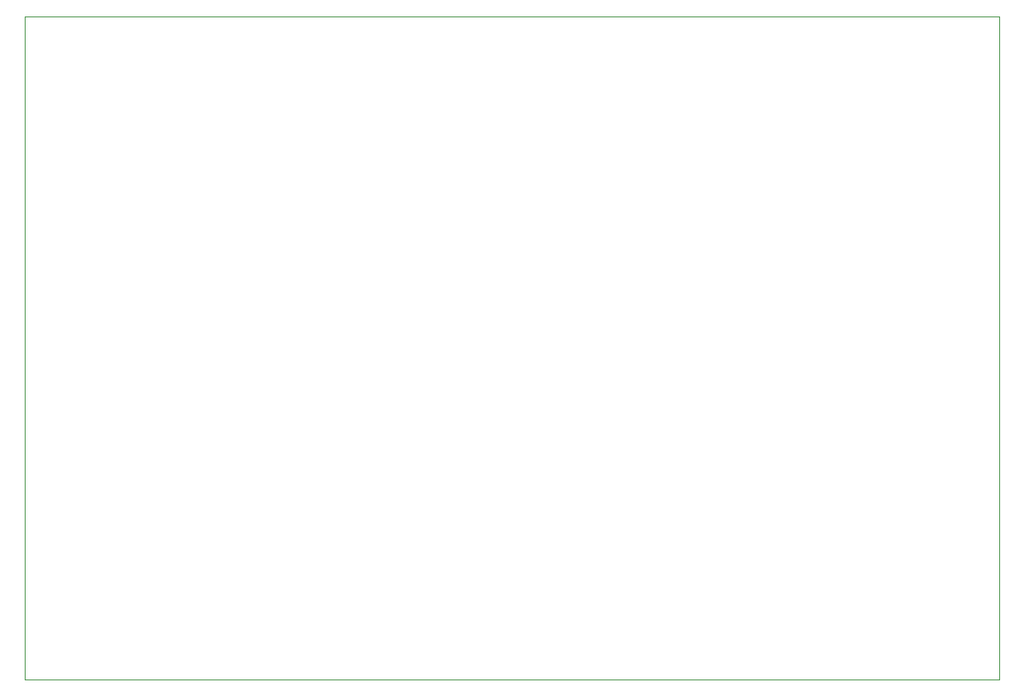
<source format=gbr>
%TF.GenerationSoftware,KiCad,Pcbnew,5.1.6+dfsg1-1*%
%TF.CreationDate,2021-03-07T16:20:00-08:00*%
%TF.ProjectId,Arduino DC-DC Converter Control Board,41726475-696e-46f2-9044-432d44432043,0.1*%
%TF.SameCoordinates,Original*%
%TF.FileFunction,Profile,NP*%
%FSLAX46Y46*%
G04 Gerber Fmt 4.6, Leading zero omitted, Abs format (unit mm)*
G04 Created by KiCad (PCBNEW 5.1.6+dfsg1-1) date 2021-03-07 16:20:00*
%MOMM*%
%LPD*%
G01*
G04 APERTURE LIST*
%TA.AperFunction,Profile*%
%ADD10C,0.050000*%
%TD*%
G04 APERTURE END LIST*
D10*
X40000000Y-31000000D02*
X40000000Y-99000000D01*
X140000000Y-31000000D02*
X140000000Y-99000000D01*
X140000000Y-99000000D02*
X40000000Y-99000000D01*
X140000000Y-31000000D02*
X40000000Y-31000000D01*
M02*

</source>
